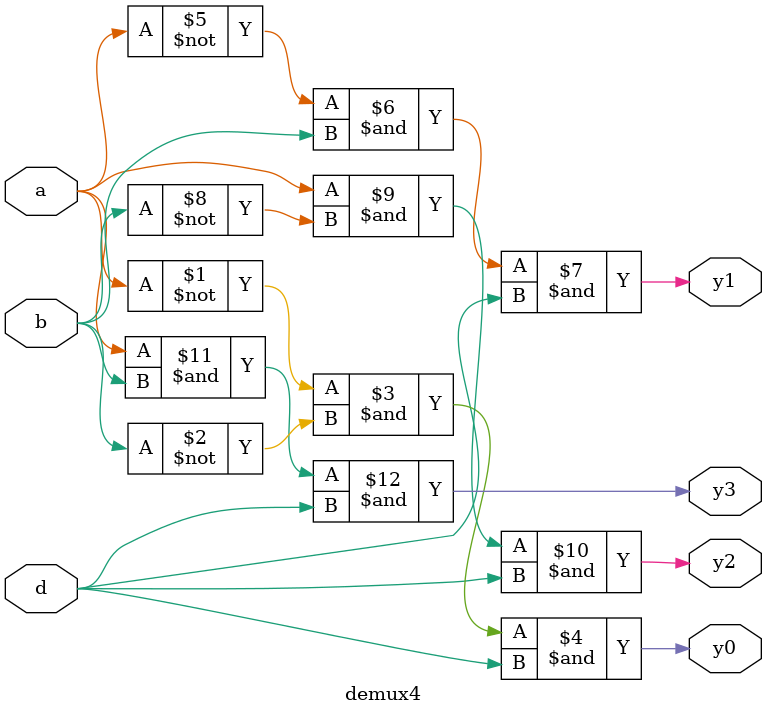
<source format=v>
module demux4(d,a,b,y0,y1,y2,y3);
input d,a,b;  
output y0,y1,y2,y3;

assign y0=(~a & ~b & d);
assign y1=(~a & b & d);  
assign y2=(a &~ b & d);
assign y3=(a & b & d);

endmodule
</source>
